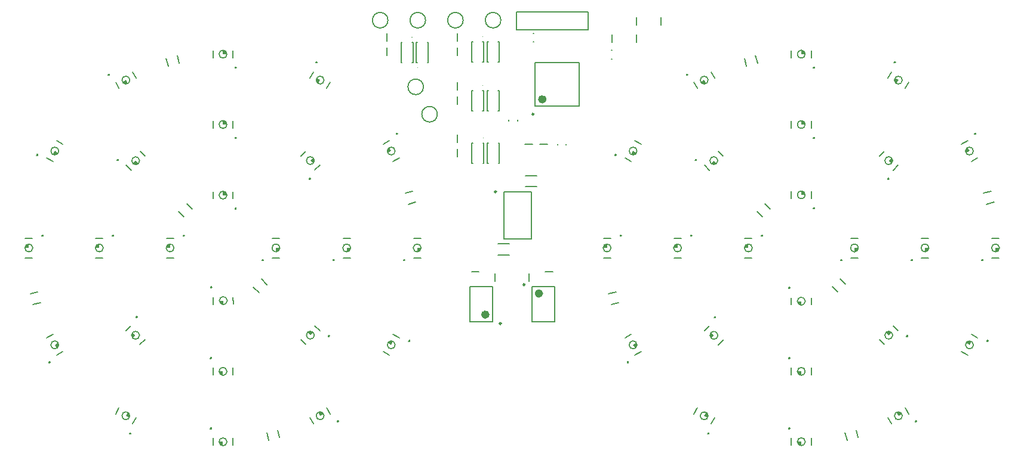
<source format=gto>
G04 Layer_Color=65535*
%FSLAX44Y44*%
%MOMM*%
G71*
G01*
G75*
%ADD52C,0.2500*%
%ADD53C,0.6000*%
%ADD54C,0.1000*%
%ADD55C,0.2000*%
%ADD56C,0.1270*%
%ADD57C,0.3048*%
G36*
X464180Y221692D02*
X464472Y221670D01*
X464762Y221631D01*
X465050Y221578D01*
X465334Y221510D01*
X465615Y221427D01*
X465891Y221329D01*
X466161Y221217D01*
X466425Y221091D01*
X466682Y220951D01*
X466931Y220799D01*
X467172Y220633D01*
X467405Y220455D01*
X467627Y220265D01*
X467839Y220063D01*
X463888Y216112D01*
X459937Y220063D01*
X460149Y220265D01*
X460371Y220455D01*
X460603Y220633D01*
X460844Y220799D01*
X461094Y220951D01*
X461351Y221091D01*
X461615Y221217D01*
X461885Y221329D01*
X462161Y221427D01*
X462442Y221510D01*
X462726Y221578D01*
X463014Y221631D01*
X463304Y221670D01*
X463596Y221692D01*
X463888Y221700D01*
X464180Y221692D01*
D02*
G37*
G36*
X1160000Y258716D02*
X1159707Y258723D01*
X1159416Y258746D01*
X1159126Y258785D01*
X1158838Y258838D01*
X1158554Y258906D01*
X1158273Y258989D01*
X1157997Y259087D01*
X1157727Y259199D01*
X1157463Y259325D01*
X1157206Y259464D01*
X1156957Y259617D01*
X1156715Y259783D01*
X1156483Y259961D01*
X1156261Y260151D01*
X1156049Y260352D01*
X1155847Y260565D01*
X1155657Y260787D01*
X1155479Y261019D01*
X1155313Y261260D01*
X1155161Y261510D01*
X1155021Y261767D01*
X1154895Y262031D01*
X1154783Y262301D01*
X1154686Y262577D01*
X1154602Y262857D01*
X1154534Y263142D01*
X1154481Y263430D01*
X1154443Y263720D01*
X1154420Y264011D01*
X1154412Y264304D01*
X1160000D01*
Y258716D01*
D02*
G37*
G36*
X340434Y259571D02*
X340141Y259577D01*
X339849Y259598D01*
X339559Y259635D01*
X339271Y259686D01*
X338986Y259753D01*
X338705Y259835D01*
X338429Y259931D01*
X338158Y260041D01*
X337893Y260166D01*
X337636Y260304D01*
X337385Y260456D01*
X337143Y260620D01*
X336910Y260797D01*
X336687Y260986D01*
X336474Y261186D01*
X336271Y261397D01*
X336080Y261618D01*
X335900Y261850D01*
X335733Y262090D01*
X335579Y262338D01*
X335438Y262595D01*
X335311Y262858D01*
X335197Y263128D01*
X335098Y263403D01*
X335014Y263683D01*
X334944Y263967D01*
X334889Y264255D01*
X334849Y264545D01*
X334825Y264836D01*
X334816Y265128D01*
X340404Y265159D01*
X340434Y259571D01*
D02*
G37*
G36*
X1036112Y215835D02*
X1032165Y211880D01*
X1031964Y212092D01*
X1031773Y212314D01*
X1031595Y212546D01*
X1031429Y212787D01*
X1031276Y213036D01*
X1031136Y213293D01*
X1031010Y213557D01*
X1030897Y213827D01*
X1030799Y214103D01*
X1030716Y214383D01*
X1030647Y214668D01*
X1030594Y214955D01*
X1030555Y215245D01*
X1030532Y215537D01*
X1030524Y215829D01*
X1030531Y216122D01*
X1030554Y216413D01*
X1030592Y216703D01*
X1030645Y216991D01*
X1030713Y217276D01*
X1030796Y217556D01*
X1030893Y217832D01*
X1031005Y218103D01*
X1031130Y218367D01*
X1031270Y218624D01*
X1031422Y218874D01*
X1031588Y219115D01*
X1031765Y219347D01*
X1031955Y219570D01*
X1032156Y219782D01*
X1036112Y215835D01*
D02*
G37*
G36*
X215974Y215974D02*
X212022Y212022D01*
X211821Y212235D01*
X211631Y212457D01*
X211453Y212689D01*
X211287Y212930D01*
X211134Y213180D01*
X210995Y213437D01*
X210869Y213701D01*
X210757Y213971D01*
X210659Y214247D01*
X210576Y214527D01*
X210508Y214812D01*
X210455Y215100D01*
X210416Y215390D01*
X210393Y215681D01*
X210386Y215974D01*
X210393Y216266D01*
X210416Y216558D01*
X210455Y216848D01*
X210508Y217136D01*
X210576Y217420D01*
X210659Y217701D01*
X210757Y217976D01*
X210869Y218246D01*
X210995Y218511D01*
X211134Y218768D01*
X211287Y219017D01*
X211453Y219258D01*
X211631Y219490D01*
X211821Y219713D01*
X212022Y219925D01*
X215974Y215974D01*
D02*
G37*
G36*
X1284319Y221554D02*
X1284610Y221531D01*
X1284901Y221493D01*
X1285188Y221440D01*
X1285473Y221371D01*
X1285753Y221288D01*
X1286029Y221190D01*
X1286299Y221079D01*
X1286563Y220953D01*
X1286820Y220813D01*
X1287070Y220660D01*
X1287311Y220494D01*
X1287543Y220316D01*
X1287765Y220126D01*
X1287978Y219925D01*
X1284026Y215974D01*
X1280075Y219925D01*
X1280287Y220126D01*
X1280510Y220316D01*
X1280742Y220494D01*
X1280983Y220660D01*
X1281232Y220813D01*
X1281489Y220953D01*
X1281754Y221079D01*
X1282024Y221190D01*
X1282299Y221288D01*
X1282580Y221371D01*
X1282865Y221440D01*
X1283152Y221493D01*
X1283442Y221531D01*
X1283734Y221554D01*
X1284026Y221562D01*
X1284319Y221554D01*
D02*
G37*
G36*
X1240980Y339708D02*
X1240957Y339416D01*
X1240919Y339126D01*
X1240866Y338838D01*
X1240798Y338554D01*
X1240714Y338273D01*
X1240617Y337997D01*
X1240505Y337727D01*
X1240379Y337463D01*
X1240239Y337206D01*
X1240086Y336957D01*
X1239921Y336716D01*
X1239743Y336483D01*
X1239553Y336261D01*
X1239351Y336049D01*
X1239139Y335847D01*
X1238916Y335657D01*
X1238684Y335479D01*
X1238443Y335313D01*
X1238194Y335161D01*
X1237937Y335021D01*
X1237673Y334895D01*
X1237402Y334783D01*
X1237127Y334686D01*
X1236846Y334602D01*
X1236562Y334534D01*
X1236274Y334481D01*
X1235984Y334443D01*
X1235692Y334420D01*
X1235400Y334412D01*
Y340000D01*
X1240988D01*
X1240980Y339708D01*
D02*
G37*
G36*
X1340980D02*
X1340957Y339416D01*
X1340919Y339126D01*
X1340866Y338838D01*
X1340797Y338554D01*
X1340714Y338273D01*
X1340616Y337997D01*
X1340505Y337727D01*
X1340379Y337463D01*
X1340239Y337206D01*
X1340086Y336957D01*
X1339921Y336716D01*
X1339742Y336483D01*
X1339552Y336261D01*
X1339351Y336049D01*
X1339139Y335847D01*
X1338916Y335657D01*
X1338684Y335479D01*
X1338443Y335313D01*
X1338194Y335161D01*
X1337937Y335021D01*
X1337672Y334895D01*
X1337402Y334783D01*
X1337126Y334686D01*
X1336846Y334602D01*
X1336561Y334534D01*
X1336274Y334481D01*
X1335984Y334443D01*
X1335692Y334420D01*
X1335400Y334412D01*
Y340000D01*
X1340988D01*
X1340980Y339708D01*
D02*
G37*
G36*
X1440980D02*
X1440957Y339416D01*
X1440919Y339126D01*
X1440865Y338838D01*
X1440797Y338554D01*
X1440714Y338273D01*
X1440616Y337997D01*
X1440504Y337727D01*
X1440378Y337463D01*
X1440239Y337206D01*
X1440086Y336957D01*
X1439920Y336716D01*
X1439742Y336483D01*
X1439552Y336261D01*
X1439351Y336049D01*
X1439139Y335847D01*
X1438916Y335657D01*
X1438684Y335479D01*
X1438443Y335313D01*
X1438194Y335161D01*
X1437936Y335021D01*
X1437672Y334895D01*
X1437402Y334783D01*
X1437126Y334686D01*
X1436846Y334602D01*
X1436561Y334534D01*
X1436274Y334481D01*
X1435984Y334443D01*
X1435692Y334420D01*
X1435399Y334412D01*
Y340000D01*
X1440988D01*
X1440980Y339708D01*
D02*
G37*
G36*
X420612D02*
X420589Y339416D01*
X420551Y339126D01*
X420497Y338838D01*
X420429Y338554D01*
X420346Y338273D01*
X420248Y337997D01*
X420136Y337727D01*
X420010Y337463D01*
X419871Y337206D01*
X419718Y336957D01*
X419552Y336716D01*
X419374Y336483D01*
X419184Y336261D01*
X418983Y336049D01*
X418771Y335847D01*
X418548Y335657D01*
X418316Y335479D01*
X418075Y335313D01*
X417826Y335161D01*
X417568Y335021D01*
X417304Y334895D01*
X417034Y334783D01*
X416758Y334686D01*
X416478Y334602D01*
X416193Y334534D01*
X415906Y334481D01*
X415616Y334443D01*
X415324Y334420D01*
X415032Y334412D01*
Y340000D01*
X420620D01*
X420612Y339708D01*
D02*
G37*
G36*
X520980D02*
X520957Y339416D01*
X520919Y339126D01*
X520866Y338838D01*
X520797Y338554D01*
X520714Y338273D01*
X520617Y337997D01*
X520505Y337727D01*
X520379Y337463D01*
X520239Y337206D01*
X520086Y336957D01*
X519921Y336716D01*
X519742Y336483D01*
X519552Y336261D01*
X519351Y336049D01*
X519139Y335847D01*
X518916Y335657D01*
X518684Y335479D01*
X518443Y335313D01*
X518194Y335161D01*
X517937Y335021D01*
X517673Y334895D01*
X517402Y334783D01*
X517127Y334686D01*
X516846Y334602D01*
X516562Y334534D01*
X516274Y334481D01*
X515984Y334443D01*
X515692Y334420D01*
X515400Y334412D01*
Y340000D01*
X520988D01*
X520980Y339708D01*
D02*
G37*
G36*
X620980D02*
X620957Y339416D01*
X620919Y339126D01*
X620865Y338838D01*
X620797Y338554D01*
X620714Y338273D01*
X620616Y337997D01*
X620504Y337727D01*
X620378Y337463D01*
X620239Y337206D01*
X620086Y336957D01*
X619920Y336716D01*
X619742Y336483D01*
X619552Y336261D01*
X619351Y336049D01*
X619139Y335847D01*
X618916Y335657D01*
X618684Y335479D01*
X618443Y335313D01*
X618194Y335161D01*
X617936Y335021D01*
X617672Y334895D01*
X617402Y334783D01*
X617126Y334686D01*
X616846Y334602D01*
X616561Y334534D01*
X616274Y334481D01*
X615984Y334443D01*
X615692Y334420D01*
X615400Y334412D01*
Y340000D01*
X620988D01*
X620980Y339708D01*
D02*
G37*
G36*
X1025344Y106184D02*
X1025585Y106018D01*
X1025817Y105840D01*
X1026039Y105650D01*
X1026252Y105448D01*
X1026453Y105236D01*
X1026643Y105014D01*
X1026821Y104782D01*
X1026987Y104541D01*
X1027140Y104291D01*
X1027279Y104034D01*
X1027405Y103770D01*
X1027517Y103500D01*
X1027615Y103224D01*
X1027698Y102943D01*
X1027766Y102659D01*
X1027819Y102371D01*
X1027858Y102081D01*
X1027881Y101790D01*
X1027888Y101497D01*
X1027881Y101205D01*
X1027858Y100913D01*
X1027820Y100623D01*
X1027766Y100335D01*
X1027698Y100051D01*
X1027615Y99770D01*
X1027517Y99494D01*
X1027405Y99224D01*
X1027279Y98960D01*
X1027140Y98703D01*
X1022300Y101497D01*
X1025094Y106336D01*
X1025344Y106184D01*
D02*
G37*
G36*
X477992Y107077D02*
X478284Y107054D01*
X478574Y107016D01*
X478862Y106963D01*
X479146Y106895D01*
X479426Y106812D01*
X479702Y106714D01*
X479973Y106602D01*
X480237Y106476D01*
X480494Y106336D01*
X480743Y106184D01*
X480984Y106018D01*
X481216Y105840D01*
X481439Y105650D01*
X481651Y105448D01*
X481852Y105236D01*
X482042Y105014D01*
X482220Y104782D01*
X482386Y104541D01*
X482539Y104291D01*
X477700Y101497D01*
X474906Y106336D01*
X475163Y106476D01*
X475427Y106602D01*
X475697Y106714D01*
X475973Y106812D01*
X476254Y106895D01*
X476538Y106963D01*
X476826Y107016D01*
X477116Y107054D01*
X477407Y107077D01*
X477700Y107085D01*
X477992Y107077D01*
D02*
G37*
G36*
X1297992D02*
X1298284Y107054D01*
X1298574Y107016D01*
X1298862Y106963D01*
X1299146Y106895D01*
X1299427Y106812D01*
X1299702Y106714D01*
X1299973Y106602D01*
X1300237Y106476D01*
X1300494Y106336D01*
X1300743Y106184D01*
X1300984Y106018D01*
X1301216Y105840D01*
X1301439Y105650D01*
X1301651Y105448D01*
X1301852Y105236D01*
X1302042Y105014D01*
X1302220Y104782D01*
X1302386Y104541D01*
X1302539Y104291D01*
X1297700Y101497D01*
X1294906Y106336D01*
X1295163Y106476D01*
X1295427Y106602D01*
X1295697Y106714D01*
X1295973Y106812D01*
X1296253Y106895D01*
X1296538Y106963D01*
X1296826Y107016D01*
X1297116Y107054D01*
X1297407Y107077D01*
X1297700Y107085D01*
X1297992Y107077D01*
D02*
G37*
G36*
X340000Y59012D02*
X339708Y59020D01*
X339416Y59043D01*
X339126Y59081D01*
X338838Y59135D01*
X338554Y59203D01*
X338273Y59286D01*
X337997Y59384D01*
X337727Y59496D01*
X337463Y59622D01*
X337206Y59761D01*
X336957Y59914D01*
X336716Y60080D01*
X336483Y60258D01*
X336261Y60448D01*
X336049Y60649D01*
X335847Y60861D01*
X335657Y61084D01*
X335479Y61316D01*
X335313Y61557D01*
X335161Y61807D01*
X335021Y62064D01*
X334895Y62328D01*
X334783Y62598D01*
X334686Y62874D01*
X334602Y63154D01*
X334534Y63439D01*
X334481Y63726D01*
X334443Y64016D01*
X334420Y64308D01*
X334412Y64601D01*
X340000D01*
Y59012D01*
D02*
G37*
G36*
X1160000D02*
X1159707Y59020D01*
X1159416Y59043D01*
X1159126Y59081D01*
X1158838Y59135D01*
X1158554Y59203D01*
X1158273Y59286D01*
X1157997Y59384D01*
X1157727Y59496D01*
X1157463Y59622D01*
X1157206Y59761D01*
X1156957Y59914D01*
X1156715Y60080D01*
X1156483Y60258D01*
X1156261Y60448D01*
X1156049Y60649D01*
X1155847Y60861D01*
X1155657Y61084D01*
X1155479Y61316D01*
X1155313Y61557D01*
X1155161Y61807D01*
X1155021Y62064D01*
X1154895Y62328D01*
X1154783Y62598D01*
X1154686Y62874D01*
X1154602Y63154D01*
X1154534Y63439D01*
X1154481Y63726D01*
X1154443Y64016D01*
X1154420Y64308D01*
X1154412Y64601D01*
X1160000D01*
Y59012D01*
D02*
G37*
G36*
X205344Y106184D02*
X205585Y106018D01*
X205817Y105840D01*
X206039Y105650D01*
X206252Y105448D01*
X206453Y105236D01*
X206643Y105014D01*
X206821Y104782D01*
X206987Y104541D01*
X207140Y104291D01*
X207279Y104034D01*
X207405Y103770D01*
X207517Y103500D01*
X207615Y103224D01*
X207698Y102943D01*
X207766Y102659D01*
X207819Y102371D01*
X207858Y102081D01*
X207881Y101790D01*
X207888Y101497D01*
X207881Y101205D01*
X207858Y100913D01*
X207819Y100623D01*
X207766Y100335D01*
X207698Y100051D01*
X207615Y99770D01*
X207517Y99494D01*
X207405Y99224D01*
X207279Y98960D01*
X207140Y98703D01*
X202300Y101497D01*
X205094Y106336D01*
X205344Y106184D01*
D02*
G37*
G36*
X926476Y204837D02*
X926602Y204573D01*
X926714Y204303D01*
X926812Y204027D01*
X926895Y203747D01*
X926963Y203462D01*
X927016Y203174D01*
X927054Y202884D01*
X927077Y202593D01*
X927085Y202300D01*
X927077Y202008D01*
X927054Y201716D01*
X927016Y201426D01*
X926963Y201138D01*
X926895Y200854D01*
X926812Y200574D01*
X926714Y200298D01*
X926602Y200027D01*
X926476Y199763D01*
X926336Y199506D01*
X926183Y199257D01*
X926018Y199016D01*
X925840Y198784D01*
X925650Y198561D01*
X925448Y198349D01*
X925236Y198148D01*
X925014Y197958D01*
X924782Y197780D01*
X924540Y197614D01*
X924291Y197461D01*
X921497Y202300D01*
X926336Y205094D01*
X926476Y204837D01*
D02*
G37*
G36*
X578795Y207881D02*
X579087Y207858D01*
X579377Y207819D01*
X579665Y207766D01*
X579949Y207698D01*
X580230Y207615D01*
X580505Y207517D01*
X580776Y207405D01*
X581040Y207279D01*
X581297Y207140D01*
X578503Y202300D01*
X573664Y205094D01*
X573816Y205344D01*
X573982Y205585D01*
X574160Y205817D01*
X574350Y206039D01*
X574552Y206252D01*
X574764Y206453D01*
X574986Y206643D01*
X575218Y206821D01*
X575460Y206987D01*
X575709Y207140D01*
X575966Y207279D01*
X576230Y207405D01*
X576500Y207517D01*
X576776Y207615D01*
X577057Y207698D01*
X577341Y207766D01*
X577629Y207819D01*
X577919Y207858D01*
X578210Y207881D01*
X578503Y207888D01*
X578795Y207881D01*
D02*
G37*
G36*
X1398795D02*
X1399087Y207858D01*
X1399377Y207819D01*
X1399665Y207766D01*
X1399949Y207698D01*
X1400230Y207615D01*
X1400506Y207517D01*
X1400776Y207405D01*
X1401040Y207279D01*
X1401297Y207140D01*
X1398503Y202300D01*
X1393664Y205094D01*
X1393817Y205344D01*
X1393982Y205585D01*
X1394160Y205817D01*
X1394350Y206039D01*
X1394552Y206252D01*
X1394764Y206453D01*
X1394986Y206643D01*
X1395218Y206821D01*
X1395459Y206987D01*
X1395709Y207140D01*
X1395966Y207279D01*
X1396230Y207405D01*
X1396500Y207517D01*
X1396776Y207615D01*
X1397057Y207698D01*
X1397341Y207766D01*
X1397629Y207819D01*
X1397919Y207858D01*
X1398210Y207881D01*
X1398503Y207888D01*
X1398795Y207881D01*
D02*
G37*
G36*
X340000Y159012D02*
X339708Y159020D01*
X339416Y159043D01*
X339126Y159081D01*
X338838Y159134D01*
X338554Y159203D01*
X338273Y159286D01*
X337997Y159383D01*
X337727Y159495D01*
X337463Y159621D01*
X337206Y159761D01*
X336957Y159914D01*
X336716Y160079D01*
X336483Y160258D01*
X336261Y160448D01*
X336049Y160649D01*
X335847Y160861D01*
X335657Y161084D01*
X335479Y161316D01*
X335313Y161557D01*
X335161Y161806D01*
X335021Y162063D01*
X334895Y162327D01*
X334783Y162598D01*
X334686Y162873D01*
X334602Y163154D01*
X334534Y163438D01*
X334481Y163726D01*
X334443Y164016D01*
X334420Y164308D01*
X334412Y164600D01*
X340000D01*
Y159012D01*
D02*
G37*
G36*
X1160000D02*
X1159707Y159020D01*
X1159416Y159043D01*
X1159126Y159081D01*
X1158838Y159134D01*
X1158554Y159203D01*
X1158273Y159286D01*
X1157997Y159383D01*
X1157727Y159495D01*
X1157463Y159621D01*
X1157206Y159761D01*
X1156957Y159914D01*
X1156715Y160079D01*
X1156483Y160258D01*
X1156261Y160448D01*
X1156049Y160649D01*
X1155847Y160861D01*
X1155657Y161084D01*
X1155479Y161316D01*
X1155313Y161557D01*
X1155161Y161806D01*
X1155021Y162063D01*
X1154895Y162327D01*
X1154783Y162598D01*
X1154686Y162873D01*
X1154602Y163154D01*
X1154534Y163438D01*
X1154481Y163726D01*
X1154443Y164016D01*
X1154420Y164308D01*
X1154412Y164600D01*
X1160000D01*
Y159012D01*
D02*
G37*
G36*
X106476Y204837D02*
X106602Y204573D01*
X106714Y204303D01*
X106812Y204027D01*
X106895Y203747D01*
X106963Y203462D01*
X107016Y203174D01*
X107054Y202884D01*
X107077Y202593D01*
X107085Y202300D01*
X107077Y202008D01*
X107054Y201716D01*
X107016Y201426D01*
X106963Y201138D01*
X106895Y200854D01*
X106812Y200574D01*
X106714Y200298D01*
X106602Y200027D01*
X106476Y199763D01*
X106336Y199506D01*
X106184Y199257D01*
X106018Y199016D01*
X105840Y198784D01*
X105650Y198561D01*
X105448Y198349D01*
X105236Y198148D01*
X105014Y197958D01*
X104782Y197780D01*
X104541Y197614D01*
X104291Y197461D01*
X101497Y202300D01*
X106336Y205094D01*
X106476Y204837D01*
D02*
G37*
G36*
X578503Y477700D02*
X573664Y474906D01*
X573525Y475163D01*
X573399Y475427D01*
X573287Y475698D01*
X573189Y475973D01*
X573106Y476254D01*
X573037Y476538D01*
X572984Y476826D01*
X572946Y477116D01*
X572923Y477408D01*
X572915Y477700D01*
X572923Y477993D01*
X572946Y478284D01*
X572984Y478574D01*
X573037Y478862D01*
X573106Y479146D01*
X573189Y479427D01*
X573287Y479703D01*
X573399Y479973D01*
X573525Y480237D01*
X573664Y480494D01*
X573817Y480743D01*
X573983Y480985D01*
X574161Y481217D01*
X574351Y481439D01*
X574552Y481651D01*
X574764Y481853D01*
X574987Y482043D01*
X575219Y482221D01*
X575460Y482387D01*
X575709Y482539D01*
X578503Y477700D01*
D02*
G37*
G36*
X1160292Y520980D02*
X1160584Y520957D01*
X1160874Y520919D01*
X1161162Y520866D01*
X1161446Y520797D01*
X1161727Y520714D01*
X1162003Y520617D01*
X1162273Y520505D01*
X1162537Y520379D01*
X1162794Y520239D01*
X1163043Y520086D01*
X1163285Y519921D01*
X1163517Y519742D01*
X1163739Y519552D01*
X1163951Y519351D01*
X1164153Y519139D01*
X1164343Y518916D01*
X1164521Y518684D01*
X1164687Y518443D01*
X1164839Y518194D01*
X1164979Y517937D01*
X1165105Y517673D01*
X1165217Y517402D01*
X1165314Y517127D01*
X1165398Y516846D01*
X1165466Y516562D01*
X1165519Y516274D01*
X1165557Y515984D01*
X1165580Y515692D01*
X1165588Y515400D01*
X1160000D01*
Y520988D01*
X1160292Y520980D01*
D02*
G37*
G36*
X340293Y520980D02*
X340584Y520957D01*
X340874Y520919D01*
X341162Y520866D01*
X341446Y520798D01*
X341727Y520714D01*
X342003Y520617D01*
X342273Y520505D01*
X342537Y520379D01*
X342794Y520239D01*
X343043Y520087D01*
X343285Y519921D01*
X343517Y519743D01*
X343739Y519553D01*
X343951Y519351D01*
X344153Y519139D01*
X344343Y518917D01*
X344521Y518685D01*
X344687Y518443D01*
X344839Y518194D01*
X344979Y517937D01*
X345105Y517673D01*
X345217Y517403D01*
X345314Y517127D01*
X345398Y516846D01*
X345466Y516562D01*
X345519Y516274D01*
X345557Y515984D01*
X345580Y515692D01*
X345588Y515400D01*
X340000D01*
Y520988D01*
X340293Y520980D01*
D02*
G37*
G36*
X106336Y474906D02*
X106184Y474656D01*
X106018Y474415D01*
X105840Y474183D01*
X105650Y473961D01*
X105448Y473749D01*
X105236Y473547D01*
X105014Y473357D01*
X104782Y473179D01*
X104541Y473013D01*
X104291Y472860D01*
X104034Y472721D01*
X103770Y472595D01*
X103500Y472483D01*
X103224Y472385D01*
X102943Y472302D01*
X102659Y472234D01*
X102371Y472181D01*
X102081Y472142D01*
X101790Y472119D01*
X101497Y472112D01*
X101205Y472119D01*
X100913Y472142D01*
X100623Y472180D01*
X100335Y472234D01*
X100051Y472302D01*
X99770Y472385D01*
X99494Y472483D01*
X99224Y472595D01*
X98960Y472721D01*
X98703Y472860D01*
X101497Y477700D01*
X106336Y474906D01*
D02*
G37*
G36*
X926336D02*
X926183Y474656D01*
X926018Y474415D01*
X925840Y474183D01*
X925650Y473961D01*
X925448Y473749D01*
X925236Y473547D01*
X925014Y473357D01*
X924782Y473179D01*
X924540Y473013D01*
X924291Y472860D01*
X924034Y472721D01*
X923770Y472595D01*
X923500Y472483D01*
X923224Y472385D01*
X922943Y472302D01*
X922659Y472234D01*
X922371Y472181D01*
X922081Y472142D01*
X921789Y472119D01*
X921497Y472112D01*
X921205Y472119D01*
X920913Y472142D01*
X920623Y472180D01*
X920335Y472234D01*
X920051Y472302D01*
X919770Y472385D01*
X919494Y472483D01*
X919224Y472595D01*
X918960Y472721D01*
X918703Y472860D01*
X921497Y477700D01*
X926336Y474906D01*
D02*
G37*
G36*
X1398503Y477700D02*
X1393664Y474906D01*
X1393524Y475163D01*
X1393398Y475427D01*
X1393286Y475697D01*
X1393188Y475973D01*
X1393105Y476254D01*
X1393037Y476538D01*
X1392984Y476826D01*
X1392946Y477116D01*
X1392923Y477407D01*
X1392915Y477700D01*
X1392923Y477992D01*
X1392946Y478284D01*
X1392984Y478574D01*
X1393037Y478862D01*
X1393105Y479146D01*
X1393188Y479426D01*
X1393286Y479702D01*
X1393398Y479973D01*
X1393524Y480237D01*
X1393664Y480494D01*
X1393817Y480743D01*
X1393982Y480984D01*
X1394160Y481216D01*
X1394350Y481439D01*
X1394552Y481651D01*
X1394764Y481852D01*
X1394986Y482042D01*
X1395218Y482220D01*
X1395459Y482386D01*
X1395709Y482539D01*
X1398503Y477700D01*
D02*
G37*
G36*
X477700Y578503D02*
X474906Y573664D01*
X474657Y573817D01*
X474416Y573983D01*
X474183Y574161D01*
X473961Y574351D01*
X473749Y574552D01*
X473547Y574764D01*
X473357Y574987D01*
X473179Y575219D01*
X473013Y575460D01*
X472861Y575709D01*
X472721Y575966D01*
X472595Y576231D01*
X472483Y576501D01*
X472385Y576777D01*
X472302Y577057D01*
X472234Y577342D01*
X472181Y577629D01*
X472143Y577919D01*
X472120Y578211D01*
X472112Y578503D01*
X472120Y578796D01*
X472143Y579087D01*
X472181Y579378D01*
X472234Y579665D01*
X472302Y579950D01*
X472385Y580230D01*
X472483Y580506D01*
X472595Y580776D01*
X472721Y581040D01*
X472861Y581297D01*
X477700Y578503D01*
D02*
G37*
G36*
X1160292Y620980D02*
X1160584Y620957D01*
X1160874Y620919D01*
X1161162Y620865D01*
X1161446Y620797D01*
X1161727Y620714D01*
X1162003Y620616D01*
X1162273Y620504D01*
X1162537Y620378D01*
X1162794Y620239D01*
X1163043Y620086D01*
X1163285Y619920D01*
X1163517Y619742D01*
X1163739Y619552D01*
X1163951Y619351D01*
X1164153Y619139D01*
X1164343Y618916D01*
X1164521Y618684D01*
X1164687Y618443D01*
X1164839Y618194D01*
X1164979Y617936D01*
X1165105Y617672D01*
X1165217Y617402D01*
X1165314Y617126D01*
X1165398Y616846D01*
X1165466Y616561D01*
X1165519Y616274D01*
X1165557Y615984D01*
X1165580Y615692D01*
X1165588Y615400D01*
X1160000D01*
Y620988D01*
X1160292Y620980D01*
D02*
G37*
G36*
X340293Y620980D02*
X340584Y620957D01*
X340874Y620919D01*
X341162Y620866D01*
X341446Y620798D01*
X341727Y620714D01*
X342003Y620617D01*
X342273Y620505D01*
X342537Y620379D01*
X342794Y620239D01*
X343043Y620087D01*
X343285Y619921D01*
X343517Y619743D01*
X343739Y619553D01*
X343951Y619351D01*
X344153Y619139D01*
X344343Y618917D01*
X344521Y618685D01*
X344687Y618443D01*
X344839Y618194D01*
X344979Y617937D01*
X345105Y617673D01*
X345217Y617403D01*
X345314Y617127D01*
X345398Y616846D01*
X345466Y616562D01*
X345519Y616274D01*
X345557Y615984D01*
X345580Y615692D01*
X345588Y615400D01*
X340000D01*
Y620988D01*
X340293Y620980D01*
D02*
G37*
G36*
X205094Y573664D02*
X204837Y573524D01*
X204573Y573398D01*
X204303Y573286D01*
X204027Y573188D01*
X203747Y573105D01*
X203462Y573037D01*
X203174Y572984D01*
X202884Y572946D01*
X202593Y572923D01*
X202300Y572915D01*
X202008Y572923D01*
X201716Y572946D01*
X201426Y572984D01*
X201138Y573037D01*
X200854Y573105D01*
X200574Y573188D01*
X200298Y573286D01*
X200027Y573398D01*
X199763Y573524D01*
X199506Y573664D01*
X199257Y573816D01*
X199016Y573982D01*
X198784Y574160D01*
X198561Y574350D01*
X198349Y574552D01*
X198148Y574764D01*
X197958Y574986D01*
X197780Y575218D01*
X197614Y575460D01*
X197461Y575709D01*
X202300Y578503D01*
X205094Y573664D01*
D02*
G37*
G36*
X1025094D02*
X1024837Y573524D01*
X1024573Y573398D01*
X1024303Y573286D01*
X1024027Y573188D01*
X1023746Y573105D01*
X1023462Y573037D01*
X1023174Y572984D01*
X1022884Y572946D01*
X1022593Y572923D01*
X1022300Y572915D01*
X1022008Y572923D01*
X1021716Y572946D01*
X1021426Y572984D01*
X1021138Y573037D01*
X1020854Y573105D01*
X1020573Y573188D01*
X1020298Y573286D01*
X1020027Y573398D01*
X1019763Y573524D01*
X1019506Y573664D01*
X1019257Y573816D01*
X1019016Y573982D01*
X1018784Y574160D01*
X1018561Y574350D01*
X1018349Y574552D01*
X1018148Y574764D01*
X1017958Y574986D01*
X1017779Y575218D01*
X1017614Y575460D01*
X1017461Y575709D01*
X1022300Y578503D01*
X1025094Y573664D01*
D02*
G37*
G36*
X1297700Y578503D02*
X1294906Y573664D01*
X1294656Y573816D01*
X1294415Y573982D01*
X1294183Y574160D01*
X1293961Y574350D01*
X1293748Y574552D01*
X1293547Y574764D01*
X1293357Y574986D01*
X1293179Y575218D01*
X1293013Y575460D01*
X1292860Y575709D01*
X1292721Y575966D01*
X1292595Y576230D01*
X1292483Y576500D01*
X1292385Y576776D01*
X1292302Y577057D01*
X1292234Y577341D01*
X1292180Y577629D01*
X1292142Y577919D01*
X1292119Y578210D01*
X1292112Y578503D01*
X1292119Y578795D01*
X1292142Y579087D01*
X1292180Y579377D01*
X1292234Y579665D01*
X1292302Y579949D01*
X1292385Y580230D01*
X1292483Y580505D01*
X1292595Y580776D01*
X1292721Y581040D01*
X1292860Y581297D01*
X1297700Y578503D01*
D02*
G37*
G36*
X884601Y340000D02*
X879013D01*
X879020Y340293D01*
X879043Y340584D01*
X879081Y340874D01*
X879135Y341162D01*
X879203Y341446D01*
X879286Y341727D01*
X879384Y342003D01*
X879496Y342273D01*
X879622Y342537D01*
X879761Y342794D01*
X879914Y343043D01*
X880080Y343285D01*
X880258Y343517D01*
X880448Y343739D01*
X880649Y343951D01*
X880861Y344153D01*
X881084Y344343D01*
X881316Y344521D01*
X881557Y344687D01*
X881806Y344839D01*
X882064Y344979D01*
X882328Y345105D01*
X882598Y345217D01*
X882874Y345314D01*
X883154Y345398D01*
X883439Y345466D01*
X883726Y345519D01*
X884016Y345557D01*
X884308Y345580D01*
X884601Y345588D01*
Y340000D01*
D02*
G37*
G36*
X984600D02*
X979012D01*
X979020Y340293D01*
X979043Y340584D01*
X979081Y340874D01*
X979134Y341162D01*
X979203Y341446D01*
X979286Y341727D01*
X979383Y342003D01*
X979495Y342273D01*
X979621Y342537D01*
X979761Y342794D01*
X979914Y343043D01*
X980079Y343285D01*
X980258Y343517D01*
X980448Y343739D01*
X980649Y343951D01*
X980861Y344153D01*
X981084Y344343D01*
X981316Y344521D01*
X981557Y344687D01*
X981806Y344839D01*
X982063Y344979D01*
X982327Y345105D01*
X982598Y345217D01*
X982874Y345314D01*
X983154Y345398D01*
X983438Y345466D01*
X983726Y345519D01*
X984016Y345557D01*
X984308Y345580D01*
X984600Y345588D01*
Y340000D01*
D02*
G37*
G36*
X1084968D02*
X1079380D01*
X1079388Y340293D01*
X1079411Y340584D01*
X1079449Y340874D01*
X1079503Y341162D01*
X1079571Y341446D01*
X1079654Y341727D01*
X1079752Y342003D01*
X1079864Y342273D01*
X1079989Y342537D01*
X1080129Y342794D01*
X1080282Y343043D01*
X1080448Y343285D01*
X1080626Y343517D01*
X1080816Y343739D01*
X1081017Y343951D01*
X1081229Y344153D01*
X1081452Y344343D01*
X1081684Y344521D01*
X1081925Y344687D01*
X1082175Y344839D01*
X1082432Y344979D01*
X1082696Y345105D01*
X1082966Y345217D01*
X1083242Y345314D01*
X1083522Y345398D01*
X1083807Y345466D01*
X1084094Y345519D01*
X1084384Y345557D01*
X1084676Y345580D01*
X1084968Y345588D01*
Y340000D01*
D02*
G37*
G36*
X264969Y340000D02*
X259381D01*
X259388Y340292D01*
X259411Y340584D01*
X259449Y340874D01*
X259503Y341162D01*
X259571Y341446D01*
X259654Y341727D01*
X259752Y342002D01*
X259864Y342273D01*
X259990Y342537D01*
X260129Y342794D01*
X260282Y343043D01*
X260448Y343284D01*
X260626Y343517D01*
X260816Y343739D01*
X261017Y343951D01*
X261229Y344153D01*
X261452Y344343D01*
X261684Y344521D01*
X261925Y344687D01*
X262175Y344839D01*
X262432Y344979D01*
X262696Y345105D01*
X262966Y345217D01*
X263242Y345314D01*
X263522Y345398D01*
X263807Y345466D01*
X264094Y345519D01*
X264384Y345557D01*
X264676Y345580D01*
X264969Y345588D01*
Y340000D01*
D02*
G37*
G36*
X64601Y340000D02*
X59012D01*
X59020Y340293D01*
X59043Y340584D01*
X59081Y340874D01*
X59135Y341162D01*
X59203Y341446D01*
X59286Y341727D01*
X59384Y342003D01*
X59496Y342273D01*
X59622Y342537D01*
X59761Y342794D01*
X59914Y343043D01*
X60080Y343285D01*
X60258Y343517D01*
X60448Y343739D01*
X60649Y343951D01*
X60861Y344153D01*
X61084Y344343D01*
X61316Y344521D01*
X61557Y344687D01*
X61807Y344839D01*
X62064Y344979D01*
X62328Y345105D01*
X62598Y345217D01*
X62874Y345314D01*
X63154Y345398D01*
X63439Y345466D01*
X63726Y345519D01*
X64016Y345557D01*
X64308Y345580D01*
X64601Y345588D01*
Y340000D01*
D02*
G37*
G36*
X164600D02*
X159012D01*
X159020Y340293D01*
X159043Y340584D01*
X159081Y340874D01*
X159134Y341162D01*
X159203Y341446D01*
X159286Y341727D01*
X159383Y342003D01*
X159495Y342273D01*
X159621Y342537D01*
X159761Y342794D01*
X159914Y343043D01*
X160079Y343285D01*
X160258Y343517D01*
X160448Y343739D01*
X160649Y343951D01*
X160861Y344153D01*
X161084Y344343D01*
X161316Y344521D01*
X161557Y344687D01*
X161806Y344839D01*
X162063Y344979D01*
X162327Y345105D01*
X162598Y345217D01*
X162873Y345314D01*
X163154Y345398D01*
X163438Y345466D01*
X163726Y345519D01*
X164016Y345557D01*
X164308Y345580D01*
X164600Y345588D01*
Y340000D01*
D02*
G37*
G36*
X1039925Y460075D02*
X1039713Y459874D01*
X1039490Y459684D01*
X1039258Y459506D01*
X1039017Y459340D01*
X1038768Y459187D01*
X1038511Y459047D01*
X1038247Y458921D01*
X1037976Y458810D01*
X1037700Y458712D01*
X1037420Y458629D01*
X1037135Y458560D01*
X1036848Y458507D01*
X1036558Y458469D01*
X1036266Y458446D01*
X1035974Y458438D01*
X1035681Y458446D01*
X1035389Y458469D01*
X1035099Y458507D01*
X1034812Y458560D01*
X1034527Y458629D01*
X1034247Y458712D01*
X1033971Y458810D01*
X1033701Y458921D01*
X1033437Y459047D01*
X1033180Y459187D01*
X1032930Y459340D01*
X1032689Y459506D01*
X1032457Y459684D01*
X1032235Y459874D01*
X1032022Y460075D01*
X1035974Y464026D01*
X1039925Y460075D01*
D02*
G37*
G36*
X1288179Y467765D02*
X1288369Y467543D01*
X1288547Y467311D01*
X1288713Y467070D01*
X1288866Y466820D01*
X1289005Y466563D01*
X1289131Y466299D01*
X1289243Y466029D01*
X1289341Y465753D01*
X1289424Y465473D01*
X1289492Y465188D01*
X1289545Y464901D01*
X1289584Y464610D01*
X1289607Y464319D01*
X1289614Y464026D01*
X1289607Y463734D01*
X1289584Y463442D01*
X1289545Y463152D01*
X1289492Y462864D01*
X1289424Y462580D01*
X1289341Y462300D01*
X1289243Y462024D01*
X1289131Y461754D01*
X1289005Y461489D01*
X1288866Y461232D01*
X1288713Y460983D01*
X1288547Y460742D01*
X1288369Y460510D01*
X1288179Y460287D01*
X1287978Y460075D01*
X1284026Y464026D01*
X1287978Y467978D01*
X1288179Y467765D01*
D02*
G37*
G36*
X468036Y467908D02*
X468227Y467686D01*
X468405Y467454D01*
X468571Y467213D01*
X468724Y466964D01*
X468864Y466707D01*
X468990Y466443D01*
X469103Y466173D01*
X469200Y465897D01*
X469284Y465617D01*
X469352Y465332D01*
X469406Y465045D01*
X469445Y464755D01*
X469468Y464463D01*
X469476Y464171D01*
X469468Y463878D01*
X469446Y463587D01*
X469408Y463297D01*
X469355Y463009D01*
X469287Y462724D01*
X469204Y462444D01*
X469107Y462168D01*
X468995Y461898D01*
X468870Y461633D01*
X468730Y461376D01*
X468578Y461126D01*
X468412Y460885D01*
X468234Y460653D01*
X468045Y460430D01*
X467844Y460218D01*
X463888Y464165D01*
X467835Y468120D01*
X468036Y467908D01*
D02*
G37*
G36*
X340293Y420612D02*
X340584Y420589D01*
X340874Y420551D01*
X341162Y420498D01*
X341446Y420429D01*
X341727Y420346D01*
X342003Y420248D01*
X342273Y420136D01*
X342537Y420011D01*
X342794Y419871D01*
X343043Y419718D01*
X343285Y419552D01*
X343517Y419374D01*
X343739Y419184D01*
X343951Y418983D01*
X344153Y418771D01*
X344343Y418548D01*
X344521Y418316D01*
X344687Y418075D01*
X344839Y417826D01*
X344979Y417569D01*
X345105Y417304D01*
X345217Y417034D01*
X345314Y416758D01*
X345398Y416478D01*
X345466Y416194D01*
X345519Y415906D01*
X345557Y415616D01*
X345580Y415324D01*
X345588Y415032D01*
X340000D01*
Y420620D01*
X340293Y420612D01*
D02*
G37*
G36*
X1160292Y420980D02*
X1160584Y420957D01*
X1160874Y420919D01*
X1161162Y420866D01*
X1161446Y420798D01*
X1161727Y420714D01*
X1162003Y420617D01*
X1162273Y420505D01*
X1162537Y420379D01*
X1162794Y420239D01*
X1163043Y420086D01*
X1163285Y419921D01*
X1163517Y419743D01*
X1163739Y419553D01*
X1163951Y419351D01*
X1164153Y419139D01*
X1164343Y418917D01*
X1164521Y418685D01*
X1164687Y418443D01*
X1164839Y418194D01*
X1164979Y417937D01*
X1165105Y417673D01*
X1165217Y417402D01*
X1165314Y417127D01*
X1165398Y416846D01*
X1165466Y416562D01*
X1165519Y416274D01*
X1165557Y415984D01*
X1165580Y415692D01*
X1165588Y415400D01*
X1160000D01*
Y420988D01*
X1160292Y420980D01*
D02*
G37*
G36*
X220063Y459937D02*
X219851Y459735D01*
X219629Y459545D01*
X219397Y459367D01*
X219156Y459202D01*
X218906Y459049D01*
X218649Y458909D01*
X218385Y458783D01*
X218115Y458671D01*
X217839Y458573D01*
X217558Y458490D01*
X217274Y458422D01*
X216986Y458369D01*
X216696Y458331D01*
X216405Y458308D01*
X216112Y458300D01*
X215820Y458308D01*
X215528Y458331D01*
X215238Y458369D01*
X214950Y458422D01*
X214666Y458490D01*
X214385Y458573D01*
X214110Y458671D01*
X213839Y458783D01*
X213575Y458909D01*
X213318Y459049D01*
X213069Y459202D01*
X212828Y459367D01*
X212596Y459545D01*
X212373Y459735D01*
X212161Y459937D01*
X216112Y463888D01*
X220063Y459937D01*
D02*
G37*
D52*
X780500Y530000D02*
G03*
X780500Y530000I-1250J0D01*
G01*
X734500Y232700D02*
G03*
X734500Y232700I-1250J0D01*
G01*
X727500Y419965D02*
G03*
X727500Y419965I-1250J0D01*
G01*
X768000Y287850D02*
G03*
X768000Y287850I-1250J0D01*
G01*
D53*
X795750Y551250D02*
G03*
X795750Y551250I-3000J0D01*
G01*
X715000Y245250D02*
G03*
X715000Y245250I-3000J0D01*
G01*
X791000Y275300D02*
G03*
X791000Y275300I-3000J0D01*
G01*
D54*
X716500Y527250D02*
G03*
X716500Y527250I-500J0D01*
G01*
X616247Y596250D02*
G03*
X616247Y596250I-500J0D01*
G01*
X608453Y639750D02*
G03*
X608453Y639750I-500J0D01*
G01*
X716500Y596948D02*
G03*
X716500Y596948I-500J0D01*
G01*
X708500Y640448D02*
G03*
X708500Y640448I-500J0D01*
G01*
X717000Y452756D02*
G03*
X717000Y452756I-500J0D01*
G01*
X709000Y496256D02*
G03*
X709000Y496256I-500J0D01*
G01*
X708500Y570750D02*
G03*
X708500Y570750I-500J0D01*
G01*
D55*
X627234Y663617D02*
G03*
X627234Y663617I-11000J0D01*
G01*
X734000D02*
G03*
X734000Y663617I-11000J0D01*
G01*
X643925Y530000D02*
G03*
X643925Y530000I-11000J0D01*
G01*
X624250Y568895D02*
G03*
X624250Y568895I-11000J0D01*
G01*
X573851Y663617D02*
G03*
X573851Y663617I-11000J0D01*
G01*
X680617D02*
G03*
X680617Y663617I-11000J0D01*
G01*
X782750Y541250D02*
X844750Y541250D01*
X782750Y603250D02*
X844750Y603250D01*
X782750Y541250D02*
X782750Y603250D01*
X844750Y603250D02*
X844750Y541250D01*
X690000Y285250D02*
X722000D01*
X690000Y235250D02*
X722000D01*
X690000D02*
Y285250D01*
X722000Y235250D02*
Y285250D01*
X730000Y563500D02*
X731500D01*
X730000Y534500D02*
X731500D01*
X714500Y563500D02*
X716000D01*
X714500Y534500D02*
X716000D01*
X731500D02*
Y563500D01*
X714500Y534500D02*
Y563500D01*
X383202Y284490D02*
X390901Y276634D01*
X394629Y295689D02*
X402328Y287833D01*
X672000Y564500D02*
Y575500D01*
X738000Y352965D02*
Y419965D01*
X777000Y352965D02*
Y419965D01*
X738000D02*
X777000D01*
X738000Y352965D02*
X777000D01*
X756200Y650270D02*
X857800Y650269D01*
X857800Y675670D02*
X857800Y650269D01*
X756200Y675670D02*
X756200Y650270D01*
X756200Y675670D02*
X857800Y675670D01*
X730000Y346000D02*
X746000D01*
X730000Y330000D02*
X746000D01*
X779500Y632750D02*
X780500D01*
X779500Y645250D02*
X780500D01*
X891425Y631939D02*
Y642939D01*
X926425Y631939D02*
Y642939D01*
X767750Y487129D02*
X778750D01*
X774250Y293000D02*
Y304000D01*
X796750Y306000D02*
X807750D01*
X572130Y613500D02*
Y624500D01*
Y633500D02*
Y644500D01*
X725750Y293000D02*
Y304000D01*
X692250Y306000D02*
X703250D01*
X672000Y613500D02*
Y624500D01*
Y633500D02*
Y644500D01*
X961425Y656939D02*
Y667939D01*
X926425Y656939D02*
Y667939D01*
X672500Y470006D02*
Y481006D01*
X789000Y487129D02*
X800000D01*
X672500Y490006D02*
Y501006D01*
X672000Y544500D02*
Y555500D01*
X778000Y235300D02*
X810000D01*
X778000Y285300D02*
X810000D01*
Y235300D02*
Y285300D01*
X778000Y235300D02*
Y285300D01*
X629747Y632500D02*
X631247D01*
X629747Y603500D02*
X631247D01*
X614247Y632500D02*
X615747D01*
X614247Y603500D02*
X615747D01*
X631247D02*
Y632500D01*
X614247Y603500D02*
Y632500D01*
X592453Y603500D02*
X593953D01*
X592453Y632500D02*
X593953D01*
X607953Y603500D02*
X609453D01*
X607953Y632500D02*
X609453D01*
X592453Y603500D02*
Y632500D01*
X609453Y603500D02*
Y632500D01*
X730000Y633198D02*
X731500D01*
X730000Y604198D02*
X731500D01*
X714500Y633198D02*
X716000D01*
X714500Y604198D02*
X716000D01*
X731500D02*
Y633198D01*
X714500Y604198D02*
Y633198D01*
X692500Y604198D02*
X694000D01*
X692500Y633198D02*
X694000D01*
X708000Y604198D02*
X709500D01*
X708000Y633198D02*
X709500D01*
X692500Y604198D02*
Y633198D01*
X709500Y604198D02*
Y633198D01*
X730500Y489006D02*
X732000D01*
X730500Y460006D02*
X732000D01*
X715000Y489006D02*
X716500D01*
X715000Y460006D02*
X716500D01*
X732000D02*
Y489006D01*
X715000Y460006D02*
Y489006D01*
X693000Y460006D02*
X694500D01*
X693000Y489006D02*
X694500D01*
X708500Y460006D02*
X710000D01*
X708500Y489006D02*
X710000D01*
X693000Y460006D02*
Y489006D01*
X710000Y460006D02*
Y489006D01*
X692500Y534500D02*
X694000D01*
X692500Y563500D02*
X694000D01*
X708000Y534500D02*
X709500D01*
X708000Y563500D02*
X709500D01*
X692500Y534500D02*
Y563500D01*
X709500Y534500D02*
Y563500D01*
X769000Y426965D02*
X785000D01*
X769000Y442965D02*
X785000D01*
X814250Y486629D02*
Y487630D01*
X826750Y486629D02*
Y487630D01*
X745000Y520750D02*
X745000Y521750D01*
X757500Y520750D02*
X757500Y521750D01*
X890500Y608396D02*
X891500D01*
X890500Y620896D02*
X891500Y620896D01*
X1237582Y81368D02*
X1240430Y70742D01*
X1222128Y77227D02*
X1224975Y66601D01*
X598633Y417583D02*
X609258Y420430D01*
X602774Y402128D02*
X613399Y404975D01*
X890742Y259570D02*
X901368Y262418D01*
X886601Y275025D02*
X897226Y277872D01*
X288452Y402862D02*
X296230Y395084D01*
X277138Y391548D02*
X284917Y383770D01*
X1203770Y284916D02*
X1211548Y277138D01*
X1215083Y296230D02*
X1222862Y288452D01*
X259571Y609258D02*
X262418Y598632D01*
X275025Y613399D02*
X277873Y602774D01*
X1418613Y417650D02*
X1429237Y420499D01*
X1422758Y402196D02*
X1433383Y405046D01*
X70742Y259571D02*
X81368Y262418D01*
X66601Y275025D02*
X77227Y277872D01*
X1079570Y609258D02*
X1082417Y598632D01*
X1095025Y613399D02*
X1097872Y602774D01*
X417582Y81368D02*
X420429Y70742D01*
X402127Y77227D02*
X404974Y66602D01*
X1108452Y402862D02*
X1116230Y395084D01*
X1097138Y391548D02*
X1104916Y383770D01*
D56*
X345980Y265159D02*
G03*
X345980Y265159I-5576J0D01*
G01*
X1340976Y340000D02*
G03*
X1340976Y340000I-5576J0D01*
G01*
X1440976D02*
G03*
X1440976Y340000I-5576J0D01*
G01*
X1404079Y202300D02*
G03*
X1404079Y202300I-5576J0D01*
G01*
X1303276Y101497D02*
G03*
X1303276Y101497I-5576J0D01*
G01*
X345576Y515400D02*
G03*
X345576Y515400I-5576J0D01*
G01*
Y615400D02*
G03*
X345576Y615400I-5576J0D01*
G01*
X483276Y578503D02*
G03*
X483276Y578503I-5576J0D01*
G01*
X584080Y477700D02*
G03*
X584080Y477700I-5576J0D01*
G01*
X1165576Y164600D02*
G03*
X1165576Y164600I-5576J0D01*
G01*
Y64601D02*
G03*
X1165576Y64601I-5576J0D01*
G01*
X1027877Y101497D02*
G03*
X1027877Y101497I-5576J0D01*
G01*
X927074Y202300D02*
G03*
X927074Y202300I-5576J0D01*
G01*
X469464Y216112D02*
G03*
X469464Y216112I-5576J0D01*
G01*
X420608Y340000D02*
G03*
X420608Y340000I-5576J0D01*
G01*
X469464Y464165D02*
G03*
X469464Y464165I-5576J0D01*
G01*
X345576Y415032D02*
G03*
X345576Y415032I-5576J0D01*
G01*
X1041550Y464026D02*
G03*
X1041550Y464026I-5576J0D01*
G01*
X1090545Y340000D02*
G03*
X1090545Y340000I-5576J0D01*
G01*
X1041688Y215835D02*
G03*
X1041688Y215835I-5576J0D01*
G01*
X1165576Y264304D02*
G03*
X1165576Y264304I-5576J0D01*
G01*
X170177Y340000D02*
G03*
X170177Y340000I-5576J0D01*
G01*
X70177D02*
G03*
X70177Y340000I-5576J0D01*
G01*
X107073Y477700D02*
G03*
X107073Y477700I-5576J0D01*
G01*
X207877Y578503D02*
G03*
X207877Y578503I-5576J0D01*
G01*
X1165576Y515400D02*
G03*
X1165576Y515400I-5576J0D01*
G01*
Y615400D02*
G03*
X1165576Y615400I-5576J0D01*
G01*
X1303276Y578503D02*
G03*
X1303276Y578503I-5576J0D01*
G01*
X1404079Y477700D02*
G03*
X1404079Y477700I-5576J0D01*
G01*
X345576Y164600D02*
G03*
X345576Y164600I-5576J0D01*
G01*
Y64601D02*
G03*
X345576Y64601I-5576J0D01*
G01*
X207877Y101497D02*
G03*
X207877Y101497I-5576J0D01*
G01*
X107073Y202300D02*
G03*
X107073Y202300I-5576J0D01*
G01*
X990177Y340000D02*
G03*
X990177Y340000I-5576J0D01*
G01*
X890177D02*
G03*
X890177Y340000I-5576J0D01*
G01*
X927074Y477700D02*
G03*
X927074Y477700I-5576J0D01*
G01*
X1027877Y578503D02*
G03*
X1027877Y578503I-5576J0D01*
G01*
X520976Y340000D02*
G03*
X520976Y340000I-5576J0D01*
G01*
X620976D02*
G03*
X620976Y340000I-5576J0D01*
G01*
X584079Y202300D02*
G03*
X584079Y202300I-5576J0D01*
G01*
X483276Y101497D02*
G03*
X483276Y101497I-5576J0D01*
G01*
X1289603Y215974D02*
G03*
X1289603Y215974I-5576J0D01*
G01*
X1240976Y340000D02*
G03*
X1240976Y340000I-5576J0D01*
G01*
X1289603Y464026D02*
G03*
X1289603Y464026I-5576J0D01*
G01*
X1165576Y415400D02*
G03*
X1165576Y415400I-5576J0D01*
G01*
X221689Y463888D02*
G03*
X221689Y463888I-5576J0D01*
G01*
X270545Y340000D02*
G03*
X270545Y340000I-5576J0D01*
G01*
X221550Y215974D02*
G03*
X221550Y215974I-5576J0D01*
G01*
X326377Y270084D02*
X326431Y260084D01*
X354376Y270235D02*
X354430Y260235D01*
X1330399Y326000D02*
X1340399D01*
X1330399Y354000D02*
X1340399D01*
X1430399Y326000D02*
X1440399D01*
X1430399Y354000D02*
X1440399D01*
X1401174Y216924D02*
X1409834Y211924D01*
X1387173Y192675D02*
X1395834Y187675D01*
X1307325Y112826D02*
X1312325Y104166D01*
X1283076Y98827D02*
X1288076Y90166D01*
X354000Y510399D02*
Y520399D01*
X326000Y510399D02*
Y520399D01*
X354000Y610399D02*
Y620399D01*
X326000Y610399D02*
Y620399D01*
X463076Y581174D02*
X468076Y589834D01*
X487325Y567174D02*
X492325Y575834D01*
X567174Y487325D02*
X575834Y492325D01*
X581174Y463076D02*
X589834Y468076D01*
X1146000Y159601D02*
Y169601D01*
X1174000Y159601D02*
Y169601D01*
X1146000Y59601D02*
Y69601D01*
X1174000Y59601D02*
Y69601D01*
X1031924Y90166D02*
X1036924Y98827D01*
X1007675Y104166D02*
X1012675Y112826D01*
X924166Y187675D02*
X932827Y192675D01*
X910166Y211924D02*
X918827Y216924D01*
X470252Y229547D02*
X477323Y222475D01*
X450453Y209748D02*
X457524Y202677D01*
X410031Y326000D02*
X420031D01*
X410031Y354000D02*
X420031D01*
X470266Y450736D02*
X477329Y457815D01*
X450445Y470513D02*
X457508Y477592D01*
X354000Y410031D02*
Y420031D01*
X326000Y410031D02*
Y420031D01*
X1022538Y457663D02*
X1029609Y450592D01*
X1042337Y477462D02*
X1049408Y470391D01*
X1079969Y354000D02*
X1089969D01*
X1079969Y326000D02*
X1089969D01*
X1022671Y222185D02*
X1029734Y229264D01*
X1042492Y202408D02*
X1049555Y209487D01*
X1146000Y259305D02*
Y269305D01*
X1174000Y259305D02*
Y269305D01*
X159601Y354000D02*
X169601D01*
X159601Y326000D02*
X169601D01*
X59601Y354000D02*
X69601D01*
X59601Y326000D02*
X69601D01*
X90166Y468076D02*
X98827Y463076D01*
X104166Y492324D02*
X112826Y487324D01*
X187675Y575834D02*
X192675Y567174D01*
X211924Y589834D02*
X216924Y581174D01*
X1174000Y510399D02*
Y520399D01*
X1146000Y510399D02*
Y520399D01*
X1174000Y610399D02*
Y620399D01*
X1146000Y610399D02*
Y620399D01*
X1283076Y581174D02*
X1288076Y589834D01*
X1307325Y567174D02*
X1312325Y575834D01*
X1387173Y487324D02*
X1395834Y492324D01*
X1401174Y463076D02*
X1409834Y468076D01*
X326000Y159601D02*
Y169601D01*
X354000Y159601D02*
Y169601D01*
X326000Y59601D02*
Y69601D01*
X354000Y59601D02*
Y69601D01*
X211924Y90166D02*
X216924Y98827D01*
X187675Y104166D02*
X192675Y112826D01*
X104166Y187675D02*
X112826Y192675D01*
X90166Y211924D02*
X98827Y216924D01*
X979601Y354000D02*
X989601D01*
X979601Y326000D02*
X989601D01*
X879601Y354000D02*
X889601D01*
X879601Y326000D02*
X889601D01*
X910166Y468076D02*
X918827Y463076D01*
X924166Y492324D02*
X932827Y487324D01*
X1007675Y575834D02*
X1012675Y567174D01*
X1031924Y589834D02*
X1036924Y581174D01*
X510399Y326000D02*
X520399D01*
X510399Y354000D02*
X520399D01*
X610399Y326000D02*
X620399D01*
X610399Y354000D02*
X620399D01*
X581174Y216924D02*
X589834Y211924D01*
X567174Y192675D02*
X575834Y187675D01*
X487324Y112826D02*
X492324Y104166D01*
X463076Y98827D02*
X468076Y90166D01*
X1290391Y229408D02*
X1297462Y222337D01*
X1270592Y209609D02*
X1277663Y202538D01*
X1230399Y326000D02*
X1240399D01*
X1230399Y354000D02*
X1240399D01*
X1290390Y450591D02*
X1297461Y457662D01*
X1270591Y470390D02*
X1277662Y477461D01*
X1174000Y410399D02*
Y420399D01*
X1146000Y410399D02*
Y420399D01*
X202677Y457525D02*
X209748Y450454D01*
X222476Y477324D02*
X229547Y470252D01*
X259969Y354000D02*
X269969D01*
X259969Y326000D02*
X269969D01*
X202539Y222338D02*
X209610Y229409D01*
X222338Y202539D02*
X229409Y209610D01*
D57*
X323346Y284114D02*
G03*
X323346Y284114I-508J0D01*
G01*
X1316858Y322537D02*
G03*
X1316858Y322537I-508J0D01*
G01*
X1416857D02*
G03*
X1416857Y322537I-508J0D01*
G01*
X1424240Y207898D02*
G03*
X1424240Y207898I-508J0D01*
G01*
X1322856Y93730D02*
G03*
X1322856Y93730I-508J0D01*
G01*
X357971Y496350D02*
G03*
X357971Y496350I-508J0D01*
G01*
Y596350D02*
G03*
X357971Y596350I-508J0D01*
G01*
X472610Y603732D02*
G03*
X472610Y603732I-508J0D01*
G01*
X586778Y502348D02*
G03*
X586778Y502348I-508J0D01*
G01*
X1143046Y183650D02*
G03*
X1143046Y183650I-508J0D01*
G01*
Y83651D02*
G03*
X1143046Y83651I-508J0D01*
G01*
X1028406Y76268D02*
G03*
X1028406Y76268I-508J0D01*
G01*
X914239Y177652D02*
G03*
X914239Y177652I-508J0D01*
G01*
X490214Y214990D02*
G03*
X490214Y214990I-508J0D01*
G01*
X396489Y322537D02*
G03*
X396489Y322537I-508J0D01*
G01*
X463302Y438345D02*
G03*
X463302Y438345I-508J0D01*
G01*
X357971Y395982D02*
G03*
X357971Y395982I-508J0D01*
G01*
X1010663Y465149D02*
G03*
X1010663Y465149I-508J0D01*
G01*
X1104527Y357463D02*
G03*
X1104527Y357463I-508J0D01*
G01*
X1037714Y241655D02*
G03*
X1037714Y241655I-508J0D01*
G01*
X1143046Y283354D02*
G03*
X1143046Y283354I-508J0D01*
G01*
X184158Y357463D02*
G03*
X184158Y357463I-508J0D01*
G01*
X84158D02*
G03*
X84158Y357463I-508J0D01*
G01*
X76776Y472102D02*
G03*
X76776Y472102I-508J0D01*
G01*
X178160Y586269D02*
G03*
X178160Y586269I-508J0D01*
G01*
X1177971Y496350D02*
G03*
X1177971Y496350I-508J0D01*
G01*
Y596349D02*
G03*
X1177971Y596349I-508J0D01*
G01*
X1292610Y603732D02*
G03*
X1292610Y603732I-508J0D01*
G01*
X1406777Y502348D02*
G03*
X1406777Y502348I-508J0D01*
G01*
X323046Y183650D02*
G03*
X323046Y183650I-508J0D01*
G01*
Y83651D02*
G03*
X323046Y83651I-508J0D01*
G01*
X208406Y76268D02*
G03*
X208406Y76268I-508J0D01*
G01*
X94239Y177652D02*
G03*
X94239Y177652I-508J0D01*
G01*
X1004158Y357463D02*
G03*
X1004158Y357463I-508J0D01*
G01*
X904158D02*
G03*
X904158Y357463I-508J0D01*
G01*
X896776Y472102D02*
G03*
X896776Y472102I-508J0D01*
G01*
X998160Y586269D02*
G03*
X998160Y586269I-508J0D01*
G01*
X496858Y322537D02*
G03*
X496858Y322537I-508J0D01*
G01*
X596857D02*
G03*
X596857Y322537I-508J0D01*
G01*
X604240Y207898D02*
G03*
X604240Y207898I-508J0D01*
G01*
X502856Y93730D02*
G03*
X502856Y93730I-508J0D01*
G01*
X1310352Y214851D02*
G03*
X1310352Y214851I-508J0D01*
G01*
X1216858Y322537D02*
G03*
X1216858Y322537I-508J0D01*
G01*
X1283412Y438208D02*
G03*
X1283412Y438208I-508J0D01*
G01*
X1177971Y396350D02*
G03*
X1177971Y396350I-508J0D01*
G01*
X190802Y465011D02*
G03*
X190802Y465011I-508J0D01*
G01*
X284527Y357463D02*
G03*
X284527Y357463I-508J0D01*
G01*
X217604Y241792D02*
G03*
X217604Y241792I-508J0D01*
G01*
M02*

</source>
